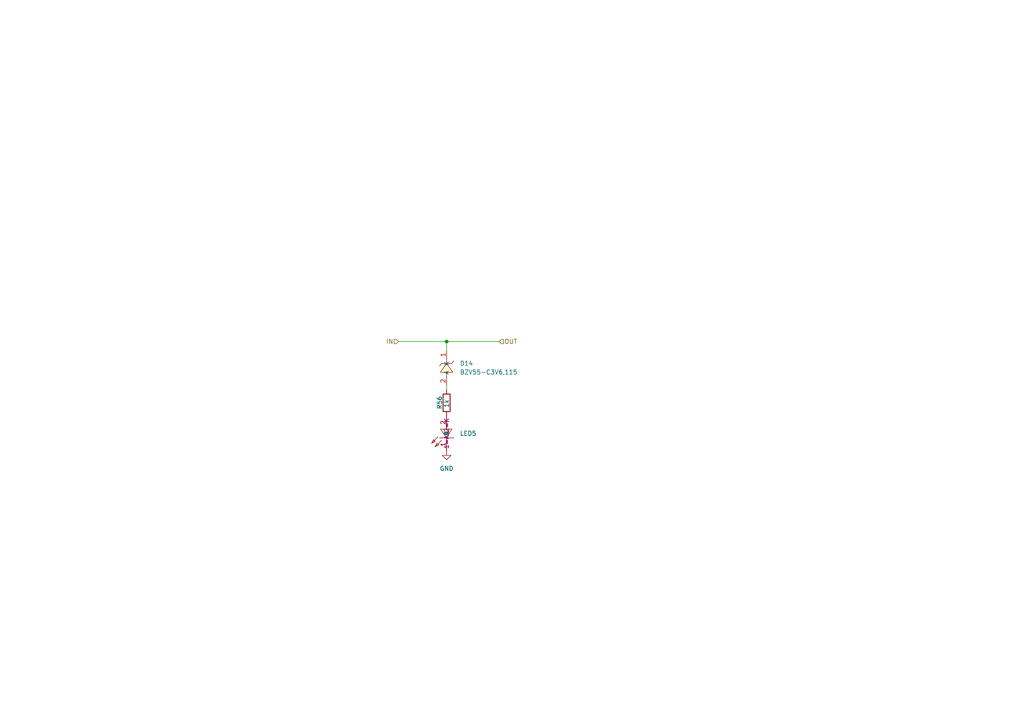
<source format=kicad_sch>
(kicad_sch (version 20250114) (generator "eeschema") (generator_version "9.0")
  (paper "A4")
  (lib_symbols
    (symbol "Device:R" (pin_numbers (hide yes)) (pin_names (offset 0))
      (property "Reference" "R" (at 2.032 0 90))
      (property "Value" "R" (at 0 0 90))
      (symbol "R_0_1"
        (rectangle (start -1.016 -2.54) (end 1.016 2.54) (stroke (width 0.254)))
      )
      (symbol "R_1_1"
        (pin passive line (at 0 3.81 270) (length 1.27) (name "~") (number "1"))
        (pin passive line (at 0 -3.81 90) (length 1.27) (name "~") (number "2"))
      )
    )
    (symbol "lcsc:BZV55-C3V6,115"
      (property "Reference" "D" (at 0 5.08 0))
      (property "Value" "BZV55-C3V6,115" (at 0 -5.08 0))
      (symbol "BZV55-C3V6,115_0_1"
        (polyline (pts (xy -2.03 2.03) (xy -1.27 1.52) (xy -1.27 -1.52) (xy -0.51 -2.03)))
        (polyline (pts (xy -1.27 0) (xy -2.54 0)))
        (polyline (pts (xy 1.27 1.78) (xy -1.27 0) (xy 1.27 -1.78) (xy 1.27 1.78)) (fill (type background)))
        (polyline (pts (xy 2.54 0) (xy 1.27 0)))
        (pin unspecified line (at -5.08 0 0) (length 2.54) (name "K") (number "1"))
        (pin unspecified line (at 5.08 0 180) (length 2.54) (name "A") (number "2"))
      )
    )
    (symbol "lcsc:ORH-R36A(0.6T)"
      (property "Reference" "LED" (at 0 5.08 0))
      (property "Value" "ORH-R36A(0.6T)" (at 0 -5.08 0))
      (symbol "ORH-R36A(0.6T)_0_1"
        (polyline (pts (xy -3.81 3.3) (xy -2.79 2.79) (xy -3.3 2.29) (xy -3.81 3.3)) (fill (type background)))
        (polyline (pts (xy -2.79 4.32) (xy -1.78 3.81) (xy -2.29 3.3) (xy -2.79 4.32)) (fill (type background)))
        (polyline (pts (xy -2.03 1.52) (xy -3.81 3.3)))
        (polyline (pts (xy -1.27 2.03) (xy -1.27 -2.03)))
        (polyline (pts (xy -1.02 2.54) (xy -2.79 4.32)))
        (polyline (pts (xy 1.27 -1.52) (xy -1.27 0) (xy 1.27 1.78) (xy 1.27 -1.52)) (fill (type background)))
        (pin unspecified line (at -5.08 0 0) (length 3.81) (name "K") (number "1"))
        (pin unspecified line (at 5.08 0 180) (length 3.81) (name "A") (number "2"))
      )
    )
    (symbol "power:GND" (power) (pin_numbers (hide yes)) (pin_names (offset 0) (hide yes))
      (property "Value" "GND" (at 0 -3.81 0))
      (symbol "GND_0_1"
        (polyline (pts (xy 0 0) (xy 0 -1.27) (xy 1.27 -1.27) (xy 0 -2.54) (xy -1.27 -1.27) (xy 0 -1.27)))
      )
      (symbol "GND_1_1"
        (pin power_in line (at 0 0 270) (length 0) (name "~") (number "1"))
      )
    )
  )
  (junction (at 129.54 99.06))
  (wire (pts (xy 129.54 99.06) (xy 144.78 99.06)))
  (wire (pts (xy 129.54 101.6) (xy 129.54 99.06)))
  (wire (pts (xy 129.54 111.76) (xy 129.54 113.03)))
  (wire (pts (xy 115.57 99.06) (xy 129.54 99.06)))
  (hierarchical_label "OUT" (shape input) (at 144.78 99.06 0))
  (hierarchical_label "IN" (shape input) (at 115.57 99.06 180))
  (symbol (lib_id "Device:R") (at 129.54 116.84 180) (unit 1)
    (property "Reference" "R53" (at 127.508 114.808 90) (effects (justify left)))
    (property "Value" "1k" (at 129.54 115.824 90) (effects (justify left)))
    (property "Footprint" "Resistor_SMD:R_0603_1608Metric" (effects (hide yes)))
    (instances (project "espio" (path "" (reference "R56") (unit 1)) (path "" (reference "R53") (unit 1)) (path "" (reference "R57") (unit 1)) (path "" (reference "R60") (unit 1)) (path "" (reference "R61") (unit 1)) (path "" (reference "R55") (unit 1)) (path "" (reference "R59") (unit 1)) (path "" (reference "R58") (unit 1)) (path "" (reference "R54") (unit 1))))
  )
  (symbol (lib_id "lcsc:ORH-R36A(0.6T)") (at 129.54 125.73 90) (unit 1)
    (property "Reference" "LED2" (at 133.35 125.7299 90) (effects (justify right)))
    (property "Value" "${SIM.PARAMS}" (at 133.35 128.2699 90) (effects (justify right)))
    (property "Footprint" "lcsc:LED0603-RD" (effects (hide yes)))
    (property "Datasheet" "https://lcsc.com/product-detail/Light-Emitting-Diodes-LED_0603_C205445.html" (effects (hide yes)))
    (property "LCSC Part" "C205445" (effects (hide yes)))
    (property "Sim.Device" "D" (at 129.54 125.73 0))
    (property "Sim.Pins" "1=A 2=K" (at 129.54 125.73 0))
    (instances (project "espio" (path "" (reference "LED5") (unit 1)) (path "" (reference "LED2") (unit 1)) (path "" (reference "LED10") (unit 1)) (path "" (reference "LED13") (unit 1)) (path "" (reference "LED14") (unit 1)) (path "" (reference "LED4") (unit 1)) (path "" (reference "LED12") (unit 1)) (path "" (reference "LED11") (unit 1)) (path "" (reference "LED3") (unit 1))))
  )
  (symbol (lib_id "power:GND") (at 129.54 130.81 0) (unit 1)
    (property "Reference" "#PWR054" (effects (hide yes)))
    (property "Value" "GND" (at 129.54 135.89 0))
    (property "Description" "Power symbol creates a global label with name \"GND\" , ground" (effects (hide yes)))
    (instances (project "espio" (path "" (reference "#PWR058") (unit 1)) (path "" (reference "#PWR054") (unit 1)) (path "" (reference "#PWR059") (unit 1)) (path "" (reference "#PWR062") (unit 1)) (path "" (reference "#PWR064") (unit 1)) (path "" (reference "#PWR057") (unit 1)) (path "" (reference "#PWR061") (unit 1)) (path "" (reference "#PWR060") (unit 1)) (path "" (reference "#PWR056") (unit 1))))
  )
  (symbol (lib_id "lcsc:BZV55-C3V6,115") (at 129.54 106.68 270) (unit 1) (exclude_from_sim yes)
    (property "Reference" "D11" (at 133.35 105.4099 90) (effects (justify left)))
    (property "Value" "BZV55-C3V6,115" (at 133.35 107.9499 90) (effects (justify left)))
    (property "Footprint" "lcsc:LL-34_L3.5-W1.5-RD" (effects (hide yes)))
    (property "Datasheet" "https://lcsc.com/product-detail/Zener-Diodes_Nexperia-BZV55-C3V6-115_C513232.html" (effects (hide yes)))
    (property "LCSC Part" "C513232" (effects (hide yes)))
    (instances (project "" (path "" (reference "D14") (unit 1)) (path "" (reference "D11") (unit 1)) (path "" (reference "D15") (unit 1)) (path "" (reference "D18") (unit 1)) (path "" (reference "D19") (unit 1)) (path "" (reference "D13") (unit 1)) (path "" (reference "D17") (unit 1)) (path "" (reference "D16") (unit 1)) (path "" (reference "D12") (unit 1))))
  )
)
</source>
